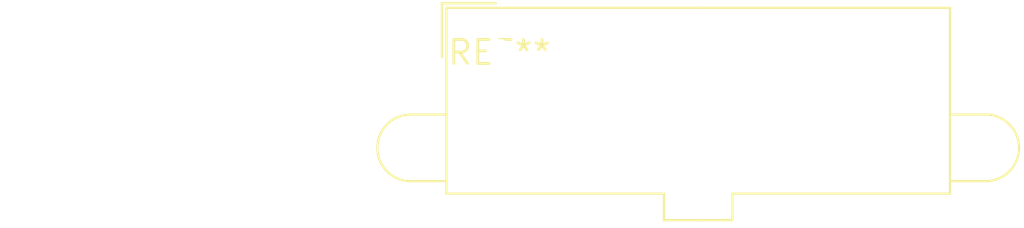
<source format=kicad_pcb>
(kicad_pcb (version 20240108) (generator pcbnew)
  (layers (0 "F.Cu" signal) (31 "B.Cu" signal) (34 "B.Paste" user) (35 "F.Paste" user) (36 "B.SilkS" user "B.Silkscreen") (37 "F.SilkS" user "F.Silkscreen") (38 "B.Mask" user) (39 "F.Mask" user) (44 "Edge.Cuts" user))
  (net 0 "")
  (footprint "Molex_Mini-Fit_Jr_5566-12A2_2x06_P4.20mm_Vertical" (layer "F.Cu") (at 0 0)
    (property "Reference" "REF**")
    (property "Value" "Molex_Mini-Fit_Jr_5566-12A2_2x06_P4.20mm_Vertical")
    (fp_line (start -4.7 3.28) (end -2.81 3.28) (layer "F.SilkS") (stroke (width 0.12)))
    (fp_line (start -4.7 6.8) (end -2.81 6.8) (layer "F.SilkS") (stroke (width 0.12)))
    (fp_line (start -3.05 -2.6) (end -3.05 0.25) (layer "F.SilkS") (stroke (width 0.12)))
    (fp_line (start -2.81 -2.36) (end -2.81 7.46) (layer "F.SilkS") (stroke (width 0.12)))
    (fp_line (start -2.81 7.46) (end 8.69 7.46) (layer "F.SilkS") (stroke (width 0.12)))
    (fp_line (start -0.2 -2.6) (end -3.05 -2.6) (layer "F.SilkS") (stroke (width 0.12)))
    (fp_line (start 8.69 7.46) (end 8.69 8.86) (layer "F.SilkS") (stroke (width 0.12)))
    (fp_line (start 8.69 8.86) (end 10.5 8.86) (layer "F.SilkS") (stroke (width 0.12)))
    (fp_line (start 10.5 -2.36) (end -2.81 -2.36) (layer "F.SilkS") (stroke (width 0.12)))
    (fp_line (start 10.5 -2.36) (end 23.81 -2.36) (layer "F.SilkS") (stroke (width 0.12)))
    (fp_line (start 12.31 7.46) (end 12.31 8.86) (layer "F.SilkS") (stroke (width 0.12)))
    (fp_line (start 12.31 8.86) (end 10.5 8.86) (layer "F.SilkS") (stroke (width 0.12)))
    (fp_line (start 23.81 -2.36) (end 23.81 7.46) (layer "F.SilkS") (stroke (width 0.12)))
    (fp_line (start 23.81 7.46) (end 12.31 7.46) (layer "F.SilkS") (stroke (width 0.12)))
    (fp_line (start 25.7 3.28) (end 23.81 3.28) (layer "F.SilkS") (stroke (width 0.12)))
    (fp_line (start 25.7 6.8) (end 23.81 6.8) (layer "F.SilkS") (stroke (width 0.12)))
    (fp_arc (start -4.7 6.8) (mid -6.46 5.04) (end -4.7 3.28) (layer "F.SilkS") (stroke (width 0.12)))
    (fp_arc (start 25.7 3.28) (mid 27.46 5.04) (end 25.7 6.8) (layer "F.SilkS") (stroke (width 0.12)))
    (pad "" np_thru_hole circle (at -4.7 5.04) (size 3 3) (drill 3) (layers *.Cu *.Mask))
    (pad "" np_thru_hole circle (at 25.7 5.04) (size 3 3) (drill 3) (layers *.Cu *.Mask))
    (pad "1" thru_hole roundrect (at 0 0) (size 2.7 3.3) (drill 1.4) (layers *.Cu *.Mask) (remove_unused_layers) (roundrect_rratio 0.092593))
    (pad "2" thru_hole oval (at 4.2 0) (size 2.7 3.3) (drill 1.4) (layers *.Cu *.Mask) (remove_unused_layers))
    (pad "3" thru_hole oval (at 8.4 0) (size 2.7 3.3) (drill 1.4) (layers *.Cu *.Mask) (remove_unused_layers))
    (pad "4" thru_hole oval (at 12.6 0) (size 2.7 3.3) (drill 1.4) (layers *.Cu *.Mask) (remove_unused_layers))
    (pad "5" thru_hole oval (at 16.8 0) (size 2.7 3.3) (drill 1.4) (layers *.Cu *.Mask) (remove_unused_layers))
    (pad "6" thru_hole oval (at 21 0) (size 2.7 3.3) (drill 1.4) (layers *.Cu *.Mask) (remove_unused_layers))
    (pad "7" thru_hole oval (at 0 5.5) (size 2.7 3.3) (drill 1.4) (layers *.Cu *.Mask) (remove_unused_layers))
    (pad "8" thru_hole oval (at 4.2 5.5) (size 2.7 3.3) (drill 1.4) (layers *.Cu *.Mask) (remove_unused_layers))
    (pad "9" thru_hole oval (at 8.4 5.5) (size 2.7 3.3) (drill 1.4) (layers *.Cu *.Mask) (remove_unused_layers))
    (pad "10" thru_hole oval (at 12.6 5.5) (size 2.7 3.3) (drill 1.4) (layers *.Cu *.Mask) (remove_unused_layers))
    (pad "11" thru_hole oval (at 16.8 5.5) (size 2.7 3.3) (drill 1.4) (layers *.Cu *.Mask) (remove_unused_layers))
    (pad "12" thru_hole oval (at 21 5.5) (size 2.7 3.3) (drill 1.4) (layers *.Cu *.Mask) (remove_unused_layers))
  )
)
</source>
